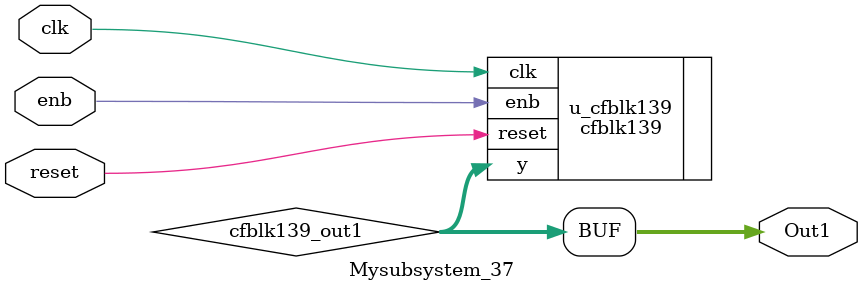
<source format=v>



`timescale 1 ns / 1 ns

module Mysubsystem_37
          (clk,
           reset,
           enb,
           Out1);


  input   clk;
  input   reset;
  input   enb;
  output  [7:0] Out1;  // uint8


  wire [7:0] cfblk139_out1;  // uint8


  cfblk139 u_cfblk139 (.clk(clk),
                       .reset(reset),
                       .enb(enb),
                       .y(cfblk139_out1)  // uint8
                       );

  assign Out1 = cfblk139_out1;

endmodule  // Mysubsystem_37


</source>
